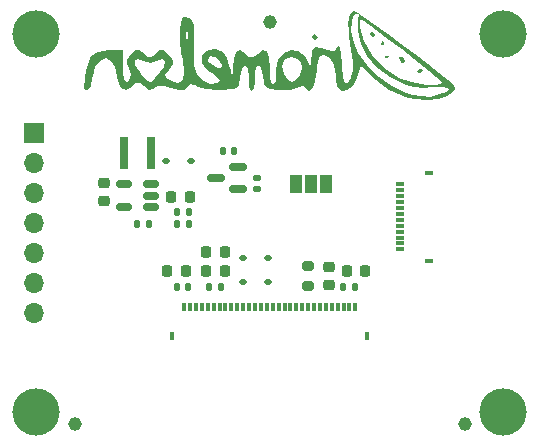
<source format=gbr>
%TF.GenerationSoftware,KiCad,Pcbnew,7.0.6*%
%TF.CreationDate,2023-07-27T20:42:59+01:00*%
%TF.ProjectId,Crenshaw,4372656e-7368-4617-972e-6b696361645f,V2.0*%
%TF.SameCoordinates,Original*%
%TF.FileFunction,Soldermask,Bot*%
%TF.FilePolarity,Negative*%
%FSLAX46Y46*%
G04 Gerber Fmt 4.6, Leading zero omitted, Abs format (unit mm)*
G04 Created by KiCad (PCBNEW 7.0.6) date 2023-07-27 20:42:59*
%MOMM*%
%LPD*%
G01*
G04 APERTURE LIST*
G04 Aperture macros list*
%AMRoundRect*
0 Rectangle with rounded corners*
0 $1 Rounding radius*
0 $2 $3 $4 $5 $6 $7 $8 $9 X,Y pos of 4 corners*
0 Add a 4 corners polygon primitive as box body*
4,1,4,$2,$3,$4,$5,$6,$7,$8,$9,$2,$3,0*
0 Add four circle primitives for the rounded corners*
1,1,$1+$1,$2,$3*
1,1,$1+$1,$4,$5*
1,1,$1+$1,$6,$7*
1,1,$1+$1,$8,$9*
0 Add four rect primitives between the rounded corners*
20,1,$1+$1,$2,$3,$4,$5,0*
20,1,$1+$1,$4,$5,$6,$7,0*
20,1,$1+$1,$6,$7,$8,$9,0*
20,1,$1+$1,$8,$9,$2,$3,0*%
G04 Aperture macros list end*
%ADD10R,1.700000X1.700000*%
%ADD11O,1.700000X1.700000*%
%ADD12C,4.000000*%
%ADD13C,1.152000*%
%ADD14RoundRect,0.135000X0.135000X0.185000X-0.135000X0.185000X-0.135000X-0.185000X0.135000X-0.185000X0*%
%ADD15RoundRect,0.225000X0.250000X-0.225000X0.250000X0.225000X-0.250000X0.225000X-0.250000X-0.225000X0*%
%ADD16RoundRect,0.112500X0.187500X0.112500X-0.187500X0.112500X-0.187500X-0.112500X0.187500X-0.112500X0*%
%ADD17RoundRect,0.225000X-0.225000X-0.250000X0.225000X-0.250000X0.225000X0.250000X-0.225000X0.250000X0*%
%ADD18R,0.800000X2.700000*%
%ADD19RoundRect,0.150000X0.587500X0.150000X-0.587500X0.150000X-0.587500X-0.150000X0.587500X-0.150000X0*%
%ADD20R,0.300000X0.800000*%
%ADD21R,0.400000X0.800000*%
%ADD22RoundRect,0.225000X0.225000X0.250000X-0.225000X0.250000X-0.225000X-0.250000X0.225000X-0.250000X0*%
%ADD23RoundRect,0.112500X-0.187500X-0.112500X0.187500X-0.112500X0.187500X0.112500X-0.187500X0.112500X0*%
%ADD24RoundRect,0.140000X0.140000X0.170000X-0.140000X0.170000X-0.140000X-0.170000X0.140000X-0.170000X0*%
%ADD25RoundRect,0.140000X-0.140000X-0.170000X0.140000X-0.170000X0.140000X0.170000X-0.140000X0.170000X0*%
%ADD26RoundRect,0.140000X0.170000X-0.140000X0.170000X0.140000X-0.170000X0.140000X-0.170000X-0.140000X0*%
%ADD27R,1.000000X1.500000*%
%ADD28RoundRect,0.135000X-0.135000X-0.185000X0.135000X-0.185000X0.135000X0.185000X-0.135000X0.185000X0*%
%ADD29R,0.800000X0.400000*%
%ADD30R,0.800000X0.300000*%
%ADD31RoundRect,0.150000X0.512500X0.150000X-0.512500X0.150000X-0.512500X-0.150000X0.512500X-0.150000X0*%
%ADD32RoundRect,0.200000X0.275000X-0.200000X0.275000X0.200000X-0.275000X0.200000X-0.275000X-0.200000X0*%
G04 APERTURE END LIST*
%TO.C,A1*%
G36*
X65075334Y-25884666D02*
G01*
X65115071Y-25961065D01*
X64906000Y-26054000D01*
X64771534Y-26035669D01*
X64736667Y-25884666D01*
X64773895Y-25854267D01*
X65075334Y-25884666D01*
G37*
G36*
X64652000Y-24784000D02*
G01*
X64633670Y-24918466D01*
X64482667Y-24953333D01*
X64452268Y-24916105D01*
X64482667Y-24614666D01*
X64559066Y-24574929D01*
X64652000Y-24784000D01*
G37*
G36*
X67954000Y-27055009D02*
G01*
X67944240Y-27128736D01*
X67700000Y-27324000D01*
X67642518Y-27321087D01*
X67446000Y-27211990D01*
X67457689Y-27171246D01*
X67700000Y-26943000D01*
X67798391Y-26903311D01*
X67954000Y-27055009D01*
G37*
G36*
X66244643Y-25978906D02*
G01*
X66430000Y-26337980D01*
X66410431Y-26423389D01*
X66176000Y-26435000D01*
X66107358Y-26383093D01*
X65922000Y-26024019D01*
X65941570Y-25938610D01*
X66176000Y-25927000D01*
X66244643Y-25978906D01*
G37*
G36*
X63694737Y-23777760D02*
G01*
X63890000Y-24022000D01*
X63887088Y-24079482D01*
X63777991Y-24276000D01*
X63737247Y-24264311D01*
X63509000Y-24022000D01*
X63469312Y-23923609D01*
X63621010Y-23768000D01*
X63694737Y-23777760D01*
G37*
G36*
X58870713Y-24029380D02*
G01*
X59064000Y-24276000D01*
X59056620Y-24336712D01*
X58810000Y-24530000D01*
X58749288Y-24522619D01*
X58556000Y-24276000D01*
X58563381Y-24215287D01*
X58810000Y-24022000D01*
X58870713Y-24029380D01*
G37*
G36*
X48581135Y-24903594D02*
G01*
X48547240Y-25555269D01*
X48591593Y-26642164D01*
X48802234Y-27369499D01*
X49248144Y-27943162D01*
X49904090Y-28258672D01*
X50577631Y-28139359D01*
X50585059Y-28135175D01*
X50773449Y-27948893D01*
X50622334Y-27714355D01*
X50074756Y-27341153D01*
X49667690Y-27032721D01*
X49251515Y-26434237D01*
X49247366Y-26324185D01*
X49803003Y-26324185D01*
X49978871Y-26509375D01*
X50442147Y-26823570D01*
X50460644Y-26833403D01*
X50835568Y-26955732D01*
X50936000Y-26729037D01*
X50933733Y-26680260D01*
X50726248Y-26232148D01*
X50323560Y-25925996D01*
X49926984Y-25922684D01*
X49838085Y-26000583D01*
X49803003Y-26324185D01*
X49247366Y-26324185D01*
X49230324Y-25872141D01*
X49591069Y-25455155D01*
X50320700Y-25291999D01*
X50445756Y-25296976D01*
X51000707Y-25510896D01*
X51394426Y-26090939D01*
X51573114Y-26729037D01*
X51678792Y-27106413D01*
X51896341Y-28213000D01*
X51924171Y-26894490D01*
X51975248Y-26151832D01*
X52160971Y-25536086D01*
X52492654Y-25386507D01*
X52984006Y-25687484D01*
X53267783Y-25924907D01*
X53573431Y-25986156D01*
X53967995Y-25687484D01*
X54376413Y-25409243D01*
X54731645Y-25467783D01*
X54935110Y-25985583D01*
X55000000Y-26979156D01*
X55022300Y-27684655D01*
X55122823Y-28177944D01*
X55317500Y-28272490D01*
X55521437Y-27982352D01*
X55553052Y-27345895D01*
X55539718Y-27008204D01*
X55604823Y-26721901D01*
X56077751Y-26721901D01*
X56214797Y-27431274D01*
X56523407Y-27877043D01*
X56905000Y-28086000D01*
X57232435Y-27954959D01*
X57574009Y-27490551D01*
X57733988Y-26886524D01*
X57625576Y-26351774D01*
X57410829Y-26123988D01*
X56905000Y-25927000D01*
X56829929Y-25929823D01*
X56303772Y-26175700D01*
X56077751Y-26721901D01*
X55604823Y-26721901D01*
X55731479Y-26164923D01*
X56184543Y-25602946D01*
X56787085Y-25348318D01*
X57427279Y-25427087D01*
X57993297Y-25865298D01*
X58373314Y-26689000D01*
X58415251Y-26795070D01*
X58485738Y-26650464D01*
X58526536Y-26112660D01*
X58536912Y-25839459D01*
X58619501Y-25342773D01*
X58865743Y-25136738D01*
X59380967Y-25180260D01*
X60270500Y-25432243D01*
X60402423Y-25450507D01*
X60588000Y-25284028D01*
X60595322Y-25225455D01*
X60842000Y-25038000D01*
X60955660Y-25195835D01*
X61057099Y-25741373D01*
X61096000Y-26547009D01*
X61098867Y-26801637D01*
X61177329Y-27694827D01*
X61349150Y-28163841D01*
X61595530Y-28181184D01*
X61897671Y-27719366D01*
X61915558Y-27678868D01*
X62050537Y-27144205D01*
X62036834Y-26418769D01*
X61872908Y-25355544D01*
X61704543Y-24269457D01*
X61677287Y-23741389D01*
X61921384Y-23741389D01*
X62108353Y-24770453D01*
X62507353Y-25638087D01*
X63267760Y-26650816D01*
X64247322Y-27624628D01*
X65318533Y-28433909D01*
X66353888Y-28953045D01*
X67141712Y-29178613D01*
X68534905Y-29318076D01*
X69668500Y-29045994D01*
X69733158Y-29014332D01*
X70162704Y-28741985D01*
X70126523Y-28576822D01*
X69613269Y-28513485D01*
X68611597Y-28546613D01*
X68045699Y-28574309D01*
X67210793Y-28538805D01*
X66502179Y-28343513D01*
X65673108Y-27937264D01*
X65157920Y-27628076D01*
X64286260Y-26995737D01*
X63629200Y-26388448D01*
X63245474Y-25869441D01*
X62735252Y-24822661D01*
X62460852Y-23740868D01*
X62483928Y-22864692D01*
X62648922Y-22864692D01*
X62664308Y-23384800D01*
X62889273Y-24346442D01*
X62962061Y-24576314D01*
X63616127Y-25770112D01*
X64649267Y-26857825D01*
X65954191Y-27721312D01*
X66459921Y-27937416D01*
X67386514Y-28200968D01*
X68315901Y-28344008D01*
X69089088Y-28345961D01*
X69547081Y-28186252D01*
X69488697Y-28020200D01*
X69118084Y-27629820D01*
X68509915Y-27124665D01*
X68102689Y-26812075D01*
X67214126Y-26123245D01*
X66170308Y-25308402D01*
X65121230Y-24484412D01*
X64359395Y-23891156D01*
X63579004Y-23301178D01*
X63020701Y-22900016D01*
X62771730Y-22751999D01*
X62648922Y-22864692D01*
X62483928Y-22864692D01*
X62485104Y-22820031D01*
X62485771Y-22817369D01*
X62529315Y-22364021D01*
X62313579Y-22302228D01*
X62162339Y-22398680D01*
X61942487Y-22913430D01*
X61921384Y-23741389D01*
X61677287Y-23741389D01*
X61644661Y-23109280D01*
X61781196Y-22360023D01*
X62112000Y-22051360D01*
X62122881Y-22051286D01*
X62435130Y-22210812D01*
X63065247Y-22623002D01*
X63938828Y-23232535D01*
X64981469Y-23984090D01*
X66118768Y-24822348D01*
X67276321Y-25691987D01*
X68379723Y-26537689D01*
X69354573Y-27304132D01*
X70126467Y-27935995D01*
X70406490Y-28186252D01*
X70621000Y-28377960D01*
X70672111Y-28664055D01*
X70604303Y-28741985D01*
X70275361Y-29120029D01*
X70016251Y-29297021D01*
X69298028Y-29536150D01*
X68243361Y-29604421D01*
X66664828Y-29411945D01*
X65115632Y-28763939D01*
X63694488Y-27636487D01*
X62692004Y-26634003D01*
X62465502Y-27525619D01*
X62411343Y-27711688D01*
X62043660Y-28404832D01*
X61569214Y-28784968D01*
X61096275Y-28833013D01*
X60733114Y-28529886D01*
X60588000Y-27856507D01*
X60578322Y-27561234D01*
X60408541Y-26657850D01*
X60068126Y-26033232D01*
X59610603Y-25800000D01*
X59573607Y-25800746D01*
X59286304Y-25914792D01*
X59115099Y-26304073D01*
X59033100Y-26886524D01*
X59005165Y-27084951D01*
X58861941Y-27969544D01*
X58628834Y-28593936D01*
X58348505Y-28826006D01*
X58056782Y-28608209D01*
X57830853Y-28389154D01*
X57477459Y-28540504D01*
X57301489Y-28630532D01*
X56678495Y-28754804D01*
X55873584Y-28778171D01*
X55799740Y-28774630D01*
X55058931Y-28698297D01*
X54685244Y-28529583D01*
X54548595Y-28213000D01*
X54522310Y-28042312D01*
X54351008Y-27166418D01*
X54175976Y-26735139D01*
X53976554Y-26693602D01*
X53929500Y-26741098D01*
X53787262Y-27172007D01*
X53730000Y-27846990D01*
X53724092Y-28061464D01*
X53636027Y-28622884D01*
X53476000Y-28848000D01*
X53421579Y-28824713D01*
X53279122Y-28477651D01*
X53222000Y-27846990D01*
X53217465Y-27653147D01*
X53132982Y-27023446D01*
X52975447Y-26693602D01*
X52941859Y-26676611D01*
X52748417Y-26773890D01*
X52575874Y-27266956D01*
X52403163Y-28211694D01*
X52384321Y-28306560D01*
X52211010Y-28571377D01*
X51782900Y-28712285D01*
X50973665Y-28779461D01*
X50582962Y-28784157D01*
X49640957Y-28695248D01*
X48952909Y-28490597D01*
X48630516Y-28335562D01*
X48265374Y-28288044D01*
X47989469Y-28544871D01*
X47964778Y-28577949D01*
X47712383Y-28793579D01*
X47333423Y-28800480D01*
X46656189Y-28606603D01*
X46073710Y-28437944D01*
X45580876Y-28407608D01*
X45224473Y-28591118D01*
X45109604Y-28678647D01*
X44760019Y-28759145D01*
X44327236Y-28462688D01*
X44021131Y-28207717D01*
X43718668Y-28157076D01*
X43320765Y-28462688D01*
X43192008Y-28574274D01*
X42796750Y-28772068D01*
X42431765Y-28597954D01*
X42195628Y-28271261D01*
X42046000Y-27657200D01*
X42045543Y-27611457D01*
X41907653Y-26854101D01*
X41584935Y-26280999D01*
X41166207Y-26054000D01*
X40626332Y-26264238D01*
X40188895Y-26814829D01*
X40010111Y-27532642D01*
X39988612Y-27838262D01*
X39839438Y-28418661D01*
X39609998Y-28788167D01*
X39373757Y-28800423D01*
X39300022Y-28499933D01*
X39336596Y-27865712D01*
X39468738Y-27095160D01*
X39663972Y-26372060D01*
X39889818Y-25880191D01*
X40421801Y-25531792D01*
X41386696Y-25390181D01*
X42554001Y-25350889D01*
X42554000Y-26718444D01*
X42574108Y-27265949D01*
X42660910Y-27856589D01*
X42793010Y-28086000D01*
X43098494Y-27963534D01*
X43229891Y-27527791D01*
X43044324Y-26909971D01*
X42893400Y-26585607D01*
X42897214Y-26235762D01*
X43573623Y-26235762D01*
X43600537Y-26635822D01*
X43979113Y-27263496D01*
X44127967Y-27446709D01*
X44560833Y-27903216D01*
X44840000Y-28086000D01*
X44904583Y-28065293D01*
X45249182Y-27778999D01*
X45700888Y-27263496D01*
X46019603Y-26772286D01*
X46131157Y-26309584D01*
X45908609Y-26126806D01*
X45375270Y-26293405D01*
X44929128Y-26447923D01*
X44304731Y-26293405D01*
X43875056Y-26132770D01*
X43573623Y-26235762D01*
X42897214Y-26235762D01*
X42897720Y-26189370D01*
X43259400Y-25743711D01*
X43647535Y-25393167D01*
X43935890Y-25361672D01*
X44323036Y-25664887D01*
X44650059Y-25936117D01*
X44950889Y-25979944D01*
X45348000Y-25672999D01*
X45663400Y-25410766D01*
X45964644Y-25364495D01*
X46364001Y-25673000D01*
X46699404Y-26043226D01*
X46769537Y-26309584D01*
X46839553Y-26575494D01*
X46491001Y-27069999D01*
X46173564Y-27410177D01*
X46220357Y-27722773D01*
X46740159Y-28037577D01*
X47235390Y-28149572D01*
X47630673Y-27900746D01*
X47772647Y-27257532D01*
X47643753Y-26254576D01*
X47526376Y-25640033D01*
X47416752Y-24629554D01*
X47407523Y-24113497D01*
X47920171Y-24113497D01*
X47967482Y-24723461D01*
X47999941Y-24806676D01*
X48057501Y-24671753D01*
X48077946Y-24149000D01*
X48071357Y-23871980D01*
X48029267Y-23566686D01*
X47962356Y-23707461D01*
X47920171Y-24113497D01*
X47407523Y-24113497D01*
X47400038Y-23694945D01*
X47476181Y-22977402D01*
X47645127Y-22618123D01*
X47870449Y-22584634D01*
X48310243Y-22786227D01*
X48423940Y-22902527D01*
X48581292Y-23270795D01*
X48628494Y-23897204D01*
X48616645Y-24149000D01*
X48581135Y-24903594D01*
G37*
%TD*%
D10*
%TO.C,J1*%
X35000000Y-32380000D03*
D11*
X35000000Y-34920000D03*
X35000000Y-37460000D03*
X35000000Y-40000000D03*
X35000000Y-42540000D03*
X35000000Y-45080000D03*
X35000000Y-47620000D03*
D12*
X35250000Y-24000000D03*
X35250000Y-56000000D03*
X74750000Y-24000000D03*
X74750000Y-56000000D03*
%TD*%
D13*
%TO.C,H1*%
X55000000Y-23000000D03*
%TD*%
%TO.C,H3*%
X38500000Y-57000000D03*
%TD*%
%TO.C,H2*%
X71500000Y-57000000D03*
%TD*%
D14*
%TO.C,R1*%
X50910000Y-45400000D03*
X49890000Y-45400000D03*
%TD*%
%TO.C,R5*%
X44810000Y-40100000D03*
X43790000Y-40100000D03*
%TD*%
D15*
%TO.C,C8*%
X40950000Y-38175000D03*
X40950000Y-36625000D03*
%TD*%
D16*
%TO.C,D3*%
X48350000Y-34799999D03*
X46250000Y-34799999D03*
%TD*%
D17*
%TO.C,C3*%
X49625000Y-42500000D03*
X51175000Y-42500000D03*
%TD*%
D18*
%TO.C,L1*%
X42650000Y-34100000D03*
X44950000Y-34100000D03*
%TD*%
D19*
%TO.C,U2*%
X52337500Y-35250000D03*
X52337500Y-37150000D03*
X50462500Y-36200000D03*
%TD*%
D20*
%TO.C,J2*%
X47750000Y-47100000D03*
X48250000Y-47100000D03*
X48750000Y-47100000D03*
X49250000Y-47100000D03*
X49750000Y-47100000D03*
X50250000Y-47100000D03*
X50750000Y-47100000D03*
X51250000Y-47100000D03*
X51750000Y-47100000D03*
X52250000Y-47100000D03*
X52750000Y-47100000D03*
X53250000Y-47100000D03*
X53750000Y-47100000D03*
X54250000Y-47100000D03*
X54750000Y-47100000D03*
X55250000Y-47100000D03*
X55750000Y-47100000D03*
X56250000Y-47100000D03*
X56750000Y-47100000D03*
X57250000Y-47100000D03*
X57750000Y-47100000D03*
X58250000Y-47100000D03*
X58750000Y-47100000D03*
X59250000Y-47100000D03*
X59750000Y-47100000D03*
X60250000Y-47100000D03*
X60750000Y-47100000D03*
X61250000Y-47100000D03*
X61750000Y-47100000D03*
X62250000Y-47100000D03*
D21*
X63250000Y-49600000D03*
X46750000Y-49600000D03*
%TD*%
D22*
%TO.C,C2*%
X47875000Y-44100000D03*
X46325000Y-44100000D03*
%TD*%
D23*
%TO.C,D2*%
X52750000Y-43000000D03*
X54850000Y-43000000D03*
%TD*%
D24*
%TO.C,C1*%
X48080000Y-45400000D03*
X47120000Y-45400000D03*
%TD*%
D17*
%TO.C,C4*%
X49625000Y-44100000D03*
X51175000Y-44100000D03*
%TD*%
%TO.C,C7*%
X61525000Y-44100000D03*
X63075000Y-44100000D03*
%TD*%
D16*
%TO.C,D1*%
X54850000Y-45000000D03*
X52750000Y-45000000D03*
%TD*%
D25*
%TO.C,C9*%
X47170000Y-39100000D03*
X48130000Y-39100000D03*
%TD*%
D15*
%TO.C,C5*%
X60000000Y-45275000D03*
X60000000Y-43725000D03*
%TD*%
D26*
%TO.C,C12*%
X53900001Y-37180000D03*
X53900001Y-36220000D03*
%TD*%
D17*
%TO.C,C10*%
X46675000Y-37800000D03*
X48225000Y-37800000D03*
%TD*%
D27*
%TO.C,JP1*%
X59800000Y-36750000D03*
X58500000Y-36750000D03*
X57200000Y-36750000D03*
%TD*%
D28*
%TO.C,R4*%
X47140000Y-40100000D03*
X48160000Y-40100000D03*
%TD*%
D25*
%TO.C,C11*%
X51980000Y-33900000D03*
X51020000Y-33900000D03*
%TD*%
D29*
%TO.C,J3*%
X68500000Y-43250000D03*
X68500000Y-35750000D03*
D30*
X66000000Y-36750000D03*
X66000000Y-37250000D03*
X66000000Y-37750000D03*
X66000000Y-38250000D03*
X66000000Y-38750000D03*
X66000000Y-39250000D03*
X66000000Y-39750000D03*
X66000000Y-40250000D03*
X66000000Y-40750000D03*
X66000000Y-41250000D03*
X66000000Y-41750000D03*
X66000000Y-42250000D03*
%TD*%
D31*
%TO.C,U1*%
X44937500Y-36749999D03*
X44937500Y-37699999D03*
X44937500Y-38649999D03*
X42662500Y-38649999D03*
X42662500Y-36749999D03*
%TD*%
D32*
%TO.C,R2*%
X58200000Y-45325000D03*
X58200000Y-43675000D03*
%TD*%
D25*
%TO.C,C6*%
X61220000Y-45400000D03*
X62180000Y-45400000D03*
%TD*%
M02*

</source>
